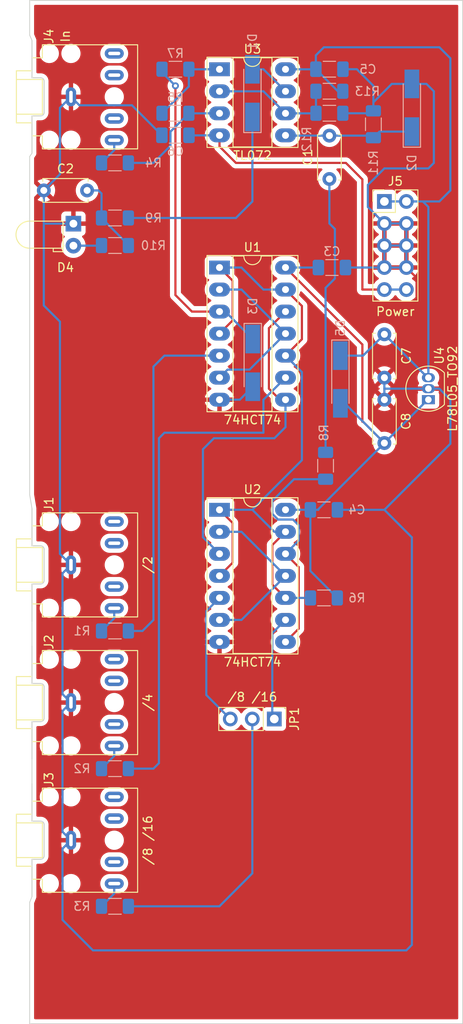
<source format=kicad_pcb>
(kicad_pcb (version 20211014) (generator pcbnew)
  (layers (0 "F.Cu" signal) (31 "B.Cu" signal) (34 "B.Paste" user) (35 "F.Paste" user) (36 "B.SilkS" user "B.Silkscreen") (37 "F.SilkS" user "F.Silkscreen") (38 "B.Mask" user) (39 "F.Mask" user) (44 "Edge.Cuts" user))
  (net 0 "")
  (net 1 "Net-(U3-Pad5)")
  (net 2 "GND")
  (net 3 "Net-(U1-Pad3)")
  (net 4 "+12V")
  (net 5 "Net-(C1-Pad1)")
  (net 6 "Net-(C2-Pad2)")
  (net 7 "+5V")
  (net 8 "-12V")
  (net 9 "Net-(D1-Pad1)")
  (net 10 "Net-(U3-Pad7)")
  (net 11 "Net-(D4-Pad2)")
  (net 12 "Net-(J1-PadT)")
  (net 13 "Net-(J2-PadT)")
  (net 14 "Net-(J3-PadT)")
  (net 15 "Net-(J4-PadT)")
  (net 16 "Net-(U2-Pad9)")
  (net 17 "Net-(JP1-Pad2)")
  (net 18 "Net-(U2-Pad5)")
  (net 19 "Net-(U1-Pad5)")
  (net 20 "Net-(U1-Pad9)")
  (net 21 "Net-(U3-Pad3)")
  (net 22 "Net-(U3-Pad1)")
  (net 23 "Net-(U1-Pad1)")
  (net 24 "Net-(U2-Pad12)")
  (net 25 "/0,54v")
  (net 26 "Net-(U1-Pad6)")
  (net 27 "Net-(U1-Pad12)")
  (net 28 "Net-(U2-Pad2)")
  (footprint "Connector_Audio:Jack_3.5mm_CUI_SJ1-3525N_Horizontal" (layer "F.Cu") (at 24.765 31.115 -90)
    (fp_text reference "J4" (at -6.985 2.54 90) (layer "F.SilkS"))
    (fp_text value "In" (at -6.985 0.635 90) (layer "F.SilkS"))
    (fp_line (start 1.8 3.1) (end -1.8 3.1) (layer "Edge.Cuts") (width 0.12))
    (fp_line (start -2.2 3.5) (end -2.2 4.5) (layer "Edge.Cuts") (width 0.12))
    (fp_line (start 2.2 4.5) (end 6.5 4.5) (layer "Edge.Cuts") (width 0.12))
    (fp_line (start -2.2 4.5) (end -6.5 4.5) (layer "Edge.Cuts") (width 0.12))
    (fp_line (start 2.2 3.5) (end 2.2 4.5) (layer "Edge.Cuts") (width 0.12))
    (fp_arc (start 1.8 3.1) (mid 2.082843 3.217157) (end 2.2 3.5) (layer "Edge.Cuts") (width 0.12))
    (fp_arc (start -2.2 3.5) (mid -2.082842 3.217158) (end -1.8 3.1) (layer "Edge.Cuts") (width 0.12))
    (pad "" np_thru_hole circle (at -5 2.5 270) (size 1.2 1.2) (drill 1.2) (layers *.Cu))
    (pad "" np_thru_hole circle (at 5 0 270) (size 1.2 1.2) (drill 1.2) (layers *.Cu))
    (pad "" np_thru_hole circle (at 0 -5 270) (size 1.2 1.2) (drill 1.2) (layers *.Cu))
    (pad "" np_thru_hole circle (at -5 0 270) (size 1.2 1.2) (drill 1.2) (layers *.Cu))
    (pad "" np_thru_hole circle (at 5 2.5 270) (size 1.2 1.2) (drill 1.2) (layers *.Cu))
    (pad "R" thru_hole oval (at -5 -5 270) (size 1.2 2.2) (drill oval 0.4 1.4) (layers *.Cu *.Mask))
    (pad "RN" thru_hole oval (at -2.5 -5 270) (size 1.2 2.2) (drill oval 0.4 1.4) (layers *.Cu *.Mask))
    (pad "S" thru_hole oval (at 0 0 270) (size 2.2 1.2) (drill oval 1.4 0.4) (layers *.Cu *.Mask) (net 2 "GND"))
    (pad "T" thru_hole oval (at 5 -5 90) (size 1.2 2.2) (drill oval 0.4 1.4) (layers *.Cu *.Mask) (net 15 "Net-(J4-PadT)"))
    (pad "TN" thru_hole oval (at 2.5 -5 90) (size 1.2 2.2) (drill oval 0.4 1.4) (layers *.Cu *.Mask))
  )
  (footprint "Package_DIP:DIP-8_W7.62mm_Socket_LongPads" (layer "F.Cu") (at 41.92 27.94)
    (fp_text reference "U3" (at 3.81 -2.33) (layer "F.SilkS"))
    (fp_text value "TL072" (at 3.81 9.95) (layer "F.SilkS"))
    (pad "1" thru_hole rect (at 0 0) (size 2.4 1.6) (drill 0.8) (layers *.Cu *.Mask) (net 22 "Net-(U3-Pad1)"))
    (pad "2" thru_hole oval (at 0 2.54) (size 2.4 1.6) (drill 0.8) (layers *.Cu *.Mask) (net 25 "/0,54v"))
    (pad "3" thru_hole oval (at 0 5.08) (size 2.4 1.6) (drill 0.8) (layers *.Cu *.Mask) (net 21 "Net-(U3-Pad3)"))
    (pad "4" thru_hole oval (at 0 7.62) (size 2.4 1.6) (drill 0.8) (layers *.Cu *.Mask) (net 8 "-12V"))
    (pad "5" thru_hole oval (at 7.62 7.62) (size 2.4 1.6) (drill 0.8) (layers *.Cu *.Mask) (net 1 "Net-(U3-Pad5)"))
    (pad "6" thru_hole oval (at 7.62 5.08) (size 2.4 1.6) (drill 0.8) (layers *.Cu *.Mask) (net 25 "/0,54v"))
    (pad "7" thru_hole oval (at 7.62 2.54) (size 2.4 1.6) (drill 0.8) (layers *.Cu *.Mask) (net 10 "Net-(U3-Pad7)"))
    (pad "8" thru_hole oval (at 7.62 0) (size 2.4 1.6) (drill 0.8) (layers *.Cu *.Mask) (net 4 "+12V"))
  )
  (footprint "Capacitor_THT:C_Disc_D5.0mm_W2.5mm_P5.00mm" (layer "F.Cu") (at 21.63 41.91)
    (fp_text reference "C2" (at 2.5 -2.5) (layer "F.SilkS"))
    (fp_text value "1,0")
    (pad "1" thru_hole circle (at 0 0) (size 1.6 1.6) (drill 0.8) (layers *.Cu *.Mask) (net 2 "GND"))
    (pad "2" thru_hole circle (at 5 0) (size 1.6 1.6) (drill 0.8) (layers *.Cu *.Mask) (net 6 "Net-(C2-Pad2)"))
  )
  (footprint "Connector_Audio:Jack_3.5mm_CUI_SJ1-3525N_Horizontal" (layer "F.Cu") (at 24.765 116.84 -90)
    (fp_text reference "J3" (at -6.985 2.54 90) (layer "F.SilkS"))
    (fp_text value "/8 /16" (at 0 -8.89 90) (layer "F.SilkS"))
    (fp_line (start 1.8 3.1) (end -1.8 3.1) (layer "Edge.Cuts") (width 0.12))
    (fp_line (start 2.2 3.5) (end 2.2 4.5) (layer "Edge.Cuts") (width 0.12))
    (fp_line (start 2.2 4.5) (end 6.5 4.5) (layer "Edge.Cuts") (width 0.12))
    (fp_line (start -2.2 4.5) (end -6.5 4.5) (layer "Edge.Cuts") (width 0.12))
    (fp_line (start -2.2 3.5) (end -2.2 4.5) (layer "Edge.Cuts") (width 0.12))
    (fp_arc (start -2.2 3.5) (mid -2.082842 3.217158) (end -1.8 3.1) (layer "Edge.Cuts") (width 0.12))
    (fp_arc (start 1.8 3.1) (mid 2.082843 3.217157) (end 2.2 3.5) (layer "Edge.Cuts") (width 0.12))
    (pad "" np_thru_hole circle (at 5 2.5 270) (size 1.2 1.2) (drill 1.2) (layers *.Cu))
    (pad "" np_thru_hole circle (at -5 0 270) (size 1.2 1.2) (drill 1.2) (layers *.Cu))
    (pad "" np_thru_hole circle (at -5 2.5 270) (size 1.2 1.2) (drill 1.2) (layers *.Cu))
    (pad "" np_thru_hole circle (at 5 0 270) (size 1.2 1.2) (drill 1.2) (layers *.Cu))
    (pad "" np_thru_hole circle (at 0 -5 270) (size 1.2 1.2) (drill 1.2) (layers *.Cu))
    (pad "R" thru_hole oval (at -5 -5 270) (size 1.2 2.2) (drill oval 0.4 1.4) (layers *.Cu *.Mask))
    (pad "RN" thru_hole oval (at -2.5 -5 270) (size 1.2 2.2) (drill oval 0.4 1.4) (layers *.Cu *.Mask))
    (pad "S" thru_hole oval (at 0 0 270) (size 2.2 1.2) (drill oval 1.4 0.4) (layers *.Cu *.Mask) (net 2 "GND"))
    (pad "T" thru_hole oval (at 5 -5 90) (size 1.2 2.2) (drill oval 0.4 1.4) (layers *.Cu *.Mask) (net 14 "Net-(J3-PadT)"))
    (pad "TN" thru_hole oval (at 2.5 -5 90) (size 1.2 2.2) (drill oval 0.4 1.4) (layers *.Cu *.Mask))
  )
  (footprint "Capacitor_THT:C_Disc_D5.0mm_W2.5mm_P5.00mm" (layer "F.Cu") (at 60.96 63.5 90)
    (fp_text reference "C7" (at 2.5 2.54 90) (layer "F.SilkS"))
    (fp_text value "0,33")
    (pad "1" thru_hole circle (at 0 0 90) (size 1.6 1.6) (drill 0.8) (layers *.Cu *.Mask) (net 2 "GND"))
    (pad "2" thru_hole circle (at 5 0 90) (size 1.6 1.6) (drill 0.8) (layers *.Cu *.Mask) (net 4 "+12V"))
  )
  (footprint "Connector_Audio:Jack_3.5mm_CUI_SJ1-3525N_Horizontal" (layer "F.Cu") (at 24.765 100.965 -90)
    (fp_text reference "J2" (at -6.985 2.54 90) (layer "F.SilkS"))
    (fp_text value "/4" (at 0 -8.89 90) (layer "F.SilkS"))
    (fp_line (start 1.8 3.1) (end -1.8 3.1) (layer "Edge.Cuts") (width 0.12))
    (fp_line (start 2.2 3.5) (end 2.2 4.5) (layer "Edge.Cuts") (width 0.12))
    (fp_line (start -2.2 4.5) (end -6.5 4.5) (layer "Edge.Cuts") (width 0.12))
    (fp_line (start -2.2 3.5) (end -2.2 4.5) (layer "Edge.Cuts") (width 0.12))
    (fp_line (start 2.2 4.5) (end 6.5 4.5) (layer "Edge.Cuts") (width 0.12))
    (fp_arc (start 1.8 3.1) (mid 2.082843 3.217157) (end 2.2 3.5) (layer "Edge.Cuts") (width 0.12))
    (fp_arc (start -2.2 3.5) (mid -2.082842 3.217158) (end -1.8 3.1) (layer "Edge.Cuts") (width 0.12))
    (pad "" np_thru_hole circle (at 0 -5 270) (size 1.2 1.2) (drill 1.2) (layers *.Cu))
    (pad "" np_thru_hole circle (at 5 2.5 270) (size 1.2 1.2) (drill 1.2) (layers *.Cu))
    (pad "" np_thru_hole circle (at -5 0 270) (size 1.2 1.2) (drill 1.2) (layers *.Cu))
    (pad "" np_thru_hole circle (at -5 2.5 270) (size 1.2 1.2) (drill 1.2) (layers *.Cu))
    (pad "" np_thru_hole circle (at 5 0 270) (size 1.2 1.2) (drill 1.2) (layers *.Cu))
    (pad "R" thru_hole oval (at -5 -5 270) (size 1.2 2.2) (drill oval 0.4 1.4) (layers *.Cu *.Mask))
    (pad "RN" thru_hole oval (at -2.5 -5 270) (size 1.2 2.2) (drill oval 0.4 1.4) (layers *.Cu *.Mask))
    (pad "S" thru_hole oval (at 0 0 270) (size 2.2 1.2) (drill oval 1.4 0.4) (layers *.Cu *.Mask) (net 2 "GND"))
    (pad "T" thru_hole oval (at 5 -5 90) (size 1.2 2.2) (drill oval 0.4 1.4) (layers *.Cu *.Mask) (net 13 "Net-(J2-PadT)"))
    (pad "TN" thru_hole oval (at 2.5 -5 90) (size 1.2 2.2) (drill oval 0.4 1.4) (layers *.Cu *.Mask))
  )
  (footprint "LED_THT:LED_D3.0mm_Horizontal_O1.27mm_Z2.0mm" (layer "F.Cu") (at 25.05 45.74 -90)
    (fp_text reference "D4" (at 5.06 0.92) (layer "F.SilkS"))
    (fp_text value "LED")
    (pad "1" thru_hole rect (at 0 0 270) (size 1.8 1.8) (drill 0.9) (layers *.Cu *.Mask) (net 2 "GND"))
    (pad "2" thru_hole circle (at 2.54 0 270) (size 1.8 1.8) (drill 0.9) (layers *.Cu *.Mask) (net 11 "Net-(D4-Pad2)"))
  )
  (footprint "Connector_Audio:Jack_3.5mm_CUI_SJ1-3525N_Horizontal" (layer "F.Cu") (at 24.765 85.09 -90)
    (fp_text reference "J1" (at -6.985 2.54 90) (layer "F.SilkS"))
    (fp_text value "/2" (at 0 -8.89 90) (layer "F.SilkS"))
    (fp_line (start -2.2 4.5) (end -6.5 4.5) (layer "Edge.Cuts") (width 0.12))
    (fp_line (start 2.2 3.5) (end 2.2 4.5) (layer "Edge.Cuts") (width 0.12))
    (fp_line (start 2.2 4.5) (end 6.5 4.5) (layer "Edge.Cuts") (width 0.12))
    (fp_line (start -2.2 3.5) (end -2.2 4.5) (layer "Edge.Cuts") (width 0.12))
    (fp_line (start 1.8 3.1) (end -1.8 3.1) (layer "Edge.Cuts") (width 0.12))
    (fp_arc (start 1.8 3.1) (mid 2.082843 3.217157) (end 2.2 3.5) (layer "Edge.Cuts") (width 0.12))
    (fp_arc (start -2.2 3.5) (mid -2.082842 3.217158) (end -1.8 3.1) (layer "Edge.Cuts") (width 0.12))
    (pad "" np_thru_hole circle (at 0 -5 270) (size 1.2 1.2) (drill 1.2) (layers *.Cu))
    (pad "" np_thru_hole circle (at -5 2.5 270) (size 1.2 1.2) (drill 1.2) (layers *.Cu))
    (pad "" np_thru_hole circle (at 5 0 270) (size 1.2 1.2) (drill 1.2) (layers *.Cu))
    (pad "" np_thru_hole circle (at 5 2.5 270) (size 1.2 1.2) (drill 1.2) (layers *.Cu))
    (pad "" np_thru_hole circle (at -5 0 270) (size 1.2 1.2) (drill 1.2) (layers *.Cu))
    (pad "R" thru_hole oval (at -5 -5 270) (size 1.2 2.2) (drill oval 0.4 1.4) (layers *.Cu *.Mask))
    (pad "RN" thru_hole oval (at -2.5 -5 270) (size 1.2 2.2) (drill oval 0.4 1.4) (layers *.Cu *.Mask))
    (pad "S" thru_hole oval (at 0 0 270) (size 2.2 1.2) (drill oval 1.4 0.4) (layers *.Cu *.Mask) (net 2 "GND"))
    (pad "T" thru_hole oval (at 5 -5 90) (size 1.2 2.2) (drill oval 0.4 1.4) (layers *.Cu *.Mask) (net 12 "Net-(J1-PadT)"))
    (pad "TN" thru_hole oval (at 2.5 -5 90) (size 1.2 2.2) (drill oval 0.4 1.4) (layers *.Cu *.Mask))
  )
  (footprint "Connector_PinHeader_2.54mm:PinHeader_2x05_P2.54mm_Vertical" (layer "F.Cu") (at 60.96 43.18)
    (fp_text reference "J5" (at 1.27 -2.33) (layer "F.SilkS"))
    (fp_text value "Power" (at 1.27 12.7) (layer "F.SilkS"))
    (pad "1" thru_hole rect (at 0 0) (size 1.7 1.7) (drill 1) (layers *.Cu *.Mask) (net 4 "+12V"))
    (pad "2" thru_hole oval (at 2.54 0) (size 1.7 1.7) (drill 1) (layers *.Cu *.Mask) (net 4 "+12V"))
    (pad "3" thru_hole oval (at 0 2.54) (size 1.7 1.7) (drill 1) (layers *.Cu *.Mask) (net 2 "GND"))
    (pad "4" thru_hole oval (at 2.54 2.54) (size 1.7 1.7) (drill 1) (layers *.Cu *.Mask) (net 2 "GND"))
    (pad "5" thru_hole oval (at 0 5.08) (size 1.7 1.7) (drill 1) (layers *.Cu *.Mask) (net 2 "GND"))
    (pad "6" thru_hole oval (at 2.54 5.08) (size 1.7 1.7) (drill 1) (layers *.Cu *.Mask) (net 2 "GND"))
    (pad "7" thru_hole oval (at 0 7.62) (size 1.7 1.7) (drill 1) (layers *.Cu *.Mask) (net 2 "GND"))
    (pad "8" thru_hole oval (at 2.54 7.62) (size 1.7 1.7) (drill 1) (layers *.Cu *.Mask) (net 2 "GND"))
    (pad "9" thru_hole oval (at 0 10.16) (size 1.7 1.7) (drill 1) (layers *.Cu *.Mask) (net 8 "-12V"))
    (pad "10" thru_hole oval (at 2.54 10.16) (size 1.7 1.7) (drill 1) (layers *.Cu *.Mask) (net 8 "-12V"))
  )
  (footprint "Package_TO_SOT_THT:TO-92_Inline" (layer "F.Cu") (at 66.04 66.04 90)
    (fp_text reference "U4" (at 5.08 1.27 90) (layer "F.SilkS"))
    (fp_text value "L78L05_TO92" (at 1.27 2.79 90) (layer "F.SilkS"))
    (pad "1" thru_hole rect (at 0 0 90) (size 1.05 1.5) (drill 0.75) (layers *.Cu *.Mask) (net 7 "+5V"))
    (pad "2" thru_hole oval (at 1.27 0 90) (size 1.05 1.5) (drill 0.75) (layers *.Cu *.Mask) (net 2 "GND"))
    (pad "3" thru_hole oval (at 2.54 0 90) (size 1.05 1.5) (drill 0.75) (layers *.Cu *.Mask) (net 4 "+12V"))
  )
  (footprint "Connector_PinHeader_2.54mm:PinHeader_1x03_P2.54mm_Vertical" (layer "F.Cu") (at 48.245 102.86 -90)
    (fp_text reference "JP1" (at 0 -2.33 90) (layer "F.SilkS"))
    (fp_text value "/8 /16" (at -2.53 2.525 180) (layer "F.SilkS"))
    (pad "1" thru_hole rect (at 0 0 270) (size 1.7 1.7) (drill 1) (layers *.Cu *.Mask) (net 16 "Net-(U2-Pad9)"))
    (pad "2" thru_hole oval (at 0 2.54 270) (size 1.7 1.7) (drill 1) (layers *.Cu *.Mask) (net 17 "Net-(JP1-Pad2)"))
    (pad "3" thru_hole oval (at 0 5.08 270) (size 1.7 1.7) (drill 1) (layers *.Cu *.Mask) (net 18 "Net-(U2-Pad5)"))
  )
  (footprint "Package_DIP:DIP-14_W7.62mm_Socket_LongPads" (layer "F.Cu") (at 41.92 50.8)
    (fp_text reference "U1" (at 3.81 -2.33) (layer "F.SilkS"))
    (fp_text value "74HCT74" (at 3.81 17.57) (layer "F.SilkS"))
    (pad "1" thru_hole rect (at 0 0) (size 2.4 1.6) (drill 0.8) (layers *.Cu *.Mask) (net 23 "Net-(U1-Pad1)"))
    (pad "2" thru_hole oval (at 0 2.54) (size 2.4 1.6) (drill 0.8) (layers *.Cu *.Mask) (net 26 "Net-(U1-Pad6)"))
    (pad "3" thru_hole oval (at 0 5.08) (size 2.4 1.6) (drill 0.8) (layers *.Cu *.Mask) (net 3 "Net-(U1-Pad3)"))
    (pad "4" thru_hole oval (at 0 7.62) (size 2.4 1.6) (drill 0.8) (layers *.Cu *.Mask) (net 23 "Net-(U1-Pad1)"))
    (pad "5" thru_hole oval (at 0 10.16) (size 2.4 1.6) (drill 0.8) (layers *.Cu *.Mask) (net 19 "Net-(U1-Pad5)"))
    (pad "6" thru_hole oval (at 0 12.7) (size 2.4 1.6) (drill 0.8) (layers *.Cu *.Mask) (net 26 "Net-(U1-Pad6)"))
    (pad "7" thru_hole oval (at 0 15.24) (size 2.4 1.6) (drill 0.8) (layers *.Cu *.Mask) (net 2 "GND"))
    (pad "8" thru_hole oval (at 7.62 15.24) (size 2.4 1.6) (drill 0.8) (layers *.Cu *.Mask) (net 27 "Net-(U1-Pad12)"))
    (pad "9" thru_hole oval (at 7.62 12.7) (size 2.4 1.6) (drill 0.8) (layers *.Cu *.Mask) (net 20 "Net-(U1-Pad9)"))
    (pad "10" thru_hole oval (at 7.62 10.16) (size 2.4 1.6) (drill 0.8) (layers *.Cu *.Mask) (net 23 "Net-(U1-Pad1)"))
    (pad "11" thru_hole oval (at 7.62 7.62) (size 2.4 1.6) (drill 0.8) (layers *.Cu *.Mask) (net 26 "Net-(U1-Pad6)"))
    (pad "12" thru_hole oval (at 7.62 5.08) (size 2.4 1.6) (drill 0.8) (layers *.Cu *.Mask) (net 27 "Net-(U1-Pad12)"))
    (pad "13" thru_hole oval (at 7.62 2.54) (size 2.4 1.6) (drill 0.8) (layers *.Cu *.Mask) (net 23 "Net-(U1-Pad1)"))
    (pad "14" thru_hole oval (at 7.62 0) (size 2.4 1.6) (drill 0.8) (layers *.Cu *.Mask) (net 7 "+5V"))
  )
  (footprint "Package_DIP:DIP-14_W7.62mm_Socket_LongPads" (layer "F.Cu") (at 41.92 78.735)
    (fp_text reference "U2" (at 3.81 -2.33) (layer "F.SilkS"))
    (fp_text value "74HCT74" (at 3.81 17.57) (layer "F.SilkS"))
    (pad "1" thru_hole rect (at 0 0) (size 2.4 1.6) (drill 0.8) (layers *.Cu *.Mask) (net 23 "Net-(U1-Pad1)"))
    (pad "2" thru_hole oval (at 0 2.54) (size 2.4 1.6) (drill 0.8) (layers *.Cu *.Mask) (net 28 "Net-(U2-Pad2)"))
    (pad "3" thru_hole oval (at 0 5.08) (size 2.4 1.6) (drill 0.8) (layers *.Cu *.Mask) (net 27 "Net-(U1-Pad12)"))
    (pad "4" thru_hole oval (at 0 7.62) (size 2.4 1.6) (drill 0.8) (layers *.Cu *.Mask) (net 23 "Net-(U1-Pad1)"))
    (pad "5" thru_hole oval (at 0 10.16) (size 2.4 1.6) (drill 0.8) (layers *.Cu *.Mask) (net 18 "Net-(U2-Pad5)"))
    (pad "6" thru_hole oval (at 0 12.7) (size 2.4 1.6) (drill 0.8) (layers *.Cu *.Mask) (net 28 "Net-(U2-Pad2)"))
    (pad "7" thru_hole oval (at 0 15.24) (size 2.4 1.6) (drill 0.8) (layers *.Cu *.Mask) (net 2 "GND"))
    (pad "8" thru_hole oval (at 7.62 15.24) (size 2.4 1.6) (drill 0.8) (layers *.Cu *.Mask) (net 24 "Net-(U2-Pad12)"))
    (pad "9" thru_hole oval (at 7.62 12.7) (size 2.4 1.6) (drill 0.8) (layers *.Cu *.Mask) (net 16 "Net-(U2-Pad9)"))
    (pad "10" thru_hole oval (at 7.62 10.16) (size 2.4 1.6) (drill 0.8) (layers *.Cu *.Mask) (net 23 "Net-(U1-Pad1)"))
    (pad "11" thru_hole oval (at 7.62 7.62) (size 2.4 1.6) (drill 0.8) (layers *.Cu *.Mask) (net 28 "Net-(U2-Pad2)"))
    (pad "12" thru_hole oval (at 7.62 5.08) (size 2.4 1.6) (drill 0.8) (layers *.Cu *.Mask) (net 24 "Net-(U2-Pad12)"))
    (pad "13" thru_hole oval (at 7.62 2.54) (size 2.4 1.6) (drill 0.8) (layers *.Cu *.Mask) (net 23 "Net-(U1-Pad1)"))
    (pad "14" thru_hole oval (at 7.62 0) (size 2.4 1.6) (drill 0.8) (layers *.Cu *.Mask) (net 7 "+5V"))
  )
  (footprint "Capacitor_THT:C_Disc_D5.0mm_W2.5mm_P5.00mm" (layer "F.Cu") (at 60.96 66.04 -90)
    (fp_text reference "C8" (at 2.5 -2.5 90) (layer "F.SilkS"))
    (fp_text value "0,33")
    (pad "1" thru_hole circle (at 0 0 270) (size 1.6 1.6) (drill 0.8) (layers *.Cu *.Mask) (net 2 "GND"))
    (pad "2" thru_hole circle (at 5 0 270) (size 1.6 1.6) (drill 0.8) (layers *.Cu *.Mask) (net 7 "+5V"))
  )
  (footprint "Capacitor_THT:C_Disc_D5.0mm_W2.5mm_P5.00mm" (layer "F.Cu") (at 54.61 40.59 90)
    (fp_text reference "C1" (at 2.5 -2.5 90) (layer "F.SilkS"))
    (fp_text value "0.01")
    (pad "1" thru_hole circle (at 0 0 90) (size 1.6 1.6) (drill 0.8) (layers *.Cu *.Mask) (net 5 "Net-(C1-Pad1)"))
    (pad "2" thru_hole circle (at 5 0 90) (size 1.6 1.6) (drill 0.8) (layers *.Cu *.Mask) (net 1 "Net-(U3-Pad5)"))
  )
  (footprint "Resistor_SMD:R_1206_3216Metric_Pad1.30x1.75mm_HandSolder" (layer "B.Cu") (at 36.83 33.01 180)
    (fp_text reference "R5" (at 0 1.82) (layer "B.SilkS") (effects (justify mirror)))
    (fp_text value "470k")
    (pad "1" smd roundrect (at -1.55 0 180) (size 1.3 1.75) (layers "B.Cu" "B.Paste" "B.Mask") (roundrect_rratio 0.192308) (net 21 "Net-(U3-Pad3)"))
    (pad "2" smd roundrect (at 1.55 0 180) (size 1.3 1.75) (layers "B.Cu" "B.Paste" "B.Mask") (roundrect_rratio 0.192308) (net 22 "Net-(U3-Pad1)"))
  )
  (footprint "Resistor_SMD:R_1206_3216Metric_Pad1.30x1.75mm_HandSolder" (layer "B.Cu") (at 54.61 33.01 180)
    (fp_text reference "R12" (at 2.61 -2.99 90) (layer "B.SilkS") (effects (justify mirror)))
    (fp_text value "2,2k")
    (pad "1" smd roundrect (at -1.55 0 180) (size 1.3 1.75) (layers "B.Cu" "B.Paste" "B.Mask") (roundrect_rratio 0.192308) (net 2 "GND"))
    (pad "2" smd roundrect (at 1.55 0 180) (size 1.3 1.75) (layers "B.Cu" "B.Paste" "B.Mask") (roundrect_rratio 0.192308) (net 25 "/0,54v"))
  )
  (footprint "Diode_SMD:D_MiniMELF_Handsoldering" (layer "B.Cu") (at 55.88 63.71 -90)
    (fp_text reference "D5" (at -5.925 0 90) (layer "B.SilkS") (effects (justify mirror)))
    (fp_text value "D")
    (pad "1" smd rect (at -2.75 0 270) (size 3.3 1.7) (layers "B.Cu" "B.Paste" "B.Mask") (net 4 "+12V"))
    (pad "2" smd rect (at 2.75 0 270) (size 3.3 1.7) (layers "B.Cu" "B.Paste" "B.Mask") (net 7 "+5V"))
  )
  (footprint "Diode_SMD:D_MiniMELF_Handsoldering" (layer "B.Cu") (at 64.135 32.375 90)
    (fp_text reference "D2" (at -6.36 0 90) (layer "B.SilkS") (effects (justify mirror)))
    (fp_text value "BZV55B4V7")
    (pad "1" smd rect (at -2.75 0 90) (size 3.3 1.7) (layers "B.Cu" "B.Paste" "B.Mask") (net 1 "Net-(U3-Pad5)"))
    (pad "2" smd rect (at 2.75 0 90) (size 3.3 1.7) (layers "B.Cu" "B.Paste" "B.Mask") (net 2 "GND"))
  )
  (footprint "Resistor_SMD:R_1206_3216Metric_Pad1.30x1.75mm_HandSolder" (layer "B.Cu") (at 54.61 30.47)
    (fp_text reference "R13" (at 4.39 0.01) (layer "B.SilkS") (effects (justify mirror)))
    (fp_text value "47k")
    (pad "1" smd roundrect (at -1.55 0) (size 1.3 1.75) (layers "B.Cu" "B.Paste" "B.Mask") (roundrect_rratio 0.192308) (net 25 "/0,54v"))
    (pad "2" smd roundrect (at 1.55 0) (size 1.3 1.75) (layers "B.Cu" "B.Paste" "B.Mask") (roundrect_rratio 0.192308) (net 4 "+12V"))
  )
  (footprint "Resistor_SMD:R_1206_3216Metric_Pad1.30x1.75mm_HandSolder" (layer "B.Cu") (at 54.17 73.66 90)
    (fp_text reference "R8" (at 3.81 -0.195 90) (layer "B.SilkS") (effects (justify mirror)))
    (fp_text value "1k")
    (pad "1" smd roundrect (at -1.55 0 90) (size 1.3 1.75) (layers "B.Cu" "B.Paste" "B.Mask") (roundrect_rratio 0.192308) (net 24 "Net-(U2-Pad12)"))
    (pad "2" smd roundrect (at 1.55 0 90) (size 1.3 1.75) (layers "B.Cu" "B.Paste" "B.Mask") (roundrect_rratio 0.192308) (net 5 "Net-(C1-Pad1)"))
  )
  (footprint "Capacitor_SMD:C_1206_3216Metric_Pad1.33x1.80mm_HandSolder" (layer "B.Cu") (at 54.9025 50.8 180)
    (fp_text reference "C3" (at 0 1.85) (layer "B.SilkS") (effects (justify mirror)))
    (fp_text value "0,1")
    (pad "1" smd roundrect (at -1.5625 0 180) (size 1.325 1.8) (layers "B.Cu" "B.Paste" "B.Mask") (roundrect_rratio 0.188679) (net 2 "GND"))
    (pad "2" smd roundrect (at 1.5625 0 180) (size 1.325 1.8) (layers "B.Cu" "B.Paste" "B.Mask") (roundrect_rratio 0.188679) (net 7 "+5V"))
  )
  (footprint "Resistor_SMD:R_1206_3216Metric_Pad1.30x1.75mm_HandSolder" (layer "B.Cu") (at 29.845 124.46)
    (fp_text reference "R3" (at -3.81 0) (layer "B.SilkS") (effects (justify mirror)))
    (fp_text value "1k")
    (pad "1" smd roundrect (at -1.55 0) (size 1.3 1.75) (layers "B.Cu" "B.Paste" "B.Mask") (roundrect_rratio 0.192308) (net 14 "Net-(J3-PadT)"))
    (pad "2" smd roundrect (at 1.55 0) (size 1.3 1.75) (layers "B.Cu" "B.Paste" "B.Mask") (roundrect_rratio 0.192308) (net 17 "Net-(JP1-Pad2)"))
  )
  (footprint "Resistor_SMD:R_1206_3216Metric_Pad1.30x1.75mm_HandSolder" (layer "B.Cu") (at 29.845 38.735)
    (fp_text reference "R4" (at 4.445 0) (layer "B.SilkS") (effects (justify mirror)))
    (fp_text value "8,2k")
    (pad "1" smd roundrect (at -1.55 0) (size 1.3 1.75) (layers "B.Cu" "B.Paste" "B.Mask") (roundrect_rratio 0.192308) (net 15 "Net-(J4-PadT)"))
    (pad "2" smd roundrect (at 1.55 0) (size 1.3 1.75) (layers "B.Cu" "B.Paste" "B.Mask") (roundrect_rratio 0.192308) (net 21 "Net-(U3-Pad3)"))
  )
  (footprint "Resistor_SMD:R_1206_3216Metric_Pad1.30x1.75mm_HandSolder" (layer "B.Cu") (at 29.845 108.585)
    (fp_text reference "R2" (at -3.81 0) (layer "B.SilkS") (effects (justify mirror)))
    (fp_text value "1k")
    (pad "1" smd roundrect (at -1.55 0) (size 1.3 1.75) (layers "B.Cu" "B.Paste" "B.Mask") (roundrect_rratio 0.192308) (net 13 "Net-(J2-PadT)"))
    (pad "2" smd roundrect (at 1.55 0) (size 1.3 1.75) (layers "B.Cu" "B.Paste" "B.Mask") (roundrect_rratio 0.192308) (net 20 "Net-(U1-Pad9)"))
  )
  (footprint "Resistor_SMD:R_1206_3216Metric_Pad1.30x1.75mm_HandSolder" (layer "B.Cu") (at 53.975 88.9 180)
    (fp_text reference "R6" (at -3.81 0) (layer "B.SilkS") (effects (justify mirror)))
    (fp_text value "100k")
    (pad "1" smd roundrect (at -1.55 0 180) (size 1.3 1.75) (layers "B.Cu" "B.Paste" "B.Mask") (roundrect_rratio 0.192308) (net 7 "+5V"))
    (pad "2" smd roundrect (at 1.55 0 180) (size 1.3 1.75) (layers "B.Cu" "B.Paste" "B.Mask") (roundrect_rratio 0.192308) (net 23 "Net-(U1-Pad1)"))
  )
  (footprint "Capacitor_SMD:C_1206_3216Metric_Pad1.33x1.80mm_HandSolder" (layer "B.Cu") (at 36.83 35.55)
    (fp_text reference "C6" (at 0 1.85) (layer "B.SilkS") (effects (justify mirror)))
    (fp_text value "0,1")
    (pad "1" smd roundrect (at -1.5625 0) (size 1.325 1.8) (layers "B.Cu" "B.Paste" "B.Mask") (roundrect_rratio 0.188679) (net 2 "GND"))
    (pad "2" smd roundrect (at 1.5625 0) (size 1.325 1.8) (layers "B.Cu" "B.Paste" "B.Mask") (roundrect_rratio 0.188679) (net 8 "-12V"))
  )
  (footprint "Diode_SMD:D_MiniMELF_Handsoldering" (layer "B.Cu") (at 45.76 61.795 -90)
    (fp_text reference "D3" (at -6.55 0 90) (layer "B.SilkS") (effects (justify mirror)))
    (fp_text value "BZV55B4V7")
    (pad "1" smd rect (at -2.75 0 270) (size 3.3 1.7) (layers "B.Cu" "B.Paste" "B.Mask") (net 3 "Net-(U1-Pad3)"))
    (pad "2" smd rect (at 2.75 0 270) (size 3.3 1.7) (layers "B.Cu" "B.Paste" "B.Mask") (net 2 "GND"))
  )
  (footprint "Resistor_SMD:R_1206_3216Metric_Pad1.30x1.75mm_HandSolder" (layer "B.Cu") (at 29.845 92.71)
    (fp_text reference "R1" (at -3.81 0) (layer "B.SilkS") (effects (justify mirror)))
    (fp_text value "1k")
    (pad "1" smd roundrect (at -1.55 0) (size 1.3 1.75) (layers "B.Cu" "B.Paste" "B.Mask") (roundrect_rratio 0.192308) (net 12 "Net-(J1-PadT)"))
    (pad "2" smd roundrect (at 1.55 0) (size 1.3 1.75) (layers "B.Cu" "B.Paste" "B.Mask") (roundrect_rratio 0.192308) (net 19 "Net-(U1-Pad5)"))
  )
  (footprint "Diode_SMD:D_MiniMELF_Handsoldering" (layer "B.Cu") (at 45.72 30.69 90)
    (fp_text reference "D1" (at 5.925 0 90) (layer "B.SilkS") (effects (justify mirror)))
    (fp_text value "D")
    (pad "1" smd rect (at -2.75 0 90) (size 3.3 1.7) (layers "B.Cu" "B.Paste" "B.Mask") (net 9 "Net-(D1-Pad1)"))
    (pad "2" smd rect (at 2.75 0 90) (size 3.3 1.7) (layers "B.Cu" "B.Paste" "B.Mask") (net 10 "Net-(U3-Pad7)"))
  )
  (footprint "Capacitor_SMD:C_1206_3216Metric_Pad1.33x1.80mm_HandSolder" (layer "B.Cu") (at 53.975 78.74 180)
    (fp_text reference "C4" (at -3.81 0) (layer "B.SilkS") (effects (justify mirror)))
    (fp_text value "0,1")
    (pad "1" smd roundrect (at -1.5625 0 180) (size 1.325 1.8) (layers "B.Cu" "B.Paste" "B.Mask") (roundrect_rratio 0.188679) (net 2 "GND"))
    (pad "2" smd roundrect (at 1.5625 0 180) (size 1.325 1.8) (layers "B.Cu" "B.Paste" "B.Mask") (roundrect_rratio 0.188679) (net 7 "+5V"))
  )
  (footprint "Resistor_SMD:R_1206_3216Metric_Pad1.30x1.75mm_HandSolder" (layer "B.Cu") (at 59.69 34.28 90)
    (fp_text reference "R11" (at -4.455 0 90) (layer "B.SilkS") (effects (justify mirror)))
    (fp_text value "100k")
    (pad "1" smd roundrect (at -1.55 0 90) (size 1.3 1.75) (layers "B.Cu" "B.Paste" "B.Mask") (roundrect_rratio 0.192308) (net 1 "Net-(U3-Pad5)"))
    (pad "2" smd roundrect (at 1.55 0 90) (size 1.3 1.75) (layers "B.Cu" "B.Paste" "B.Mask") (roundrect_rratio 0.192308) (net 2 "GND"))
  )
  (footprint "Capacitor_SMD:C_1206_3216Metric_Pad1.33x1.80mm_HandSolder" (layer "B.Cu") (at 54.61 27.93 180)
    (fp_text reference "C5" (at -4.445 -0.01) (layer "B.SilkS") (effects (justify mirror)))
    (fp_text value "0,1")
    (pad "1" smd roundrect (at -1.5625 0 180) (size 1.325 1.8) (layers "B.Cu" "B.Paste" "B.Mask") (roundrect_rratio 0.188679) (net 2 "GND"))
    (pad "2" smd roundrect (at 1.5625 0 180) (size 1.325 1.8) (layers "B.Cu" "B.Paste" "B.Mask") (roundrect_rratio 0.188679) (net 4 "+12V"))
  )
  (footprint "Resistor_SMD:R_1206_3216Metric_Pad1.30x1.75mm_HandSolder" (layer "B.Cu") (at 36.83 27.93 180)
    (fp_text reference "R7" (at 0 1.82) (layer "B.SilkS") (effects (justify mirror)))
    (fp_text value "10k")
    (pad "1" smd roundrect (at -1.55 0 180) (size 1.3 1.75) (layers "B.Cu" "B.Paste" "B.Mask") (roundrect_rratio 0.192308) (net 22 "Net-(U3-Pad1)"))
    (pad "2" smd roundrect (at 1.55 0 180) (size 1.3 1.75) (layers "B.Cu" "B.Paste" "B.Mask") (roundrect_rratio 0.192308) (net 3 "Net-(U1-Pad3)"))
  )
  (footprint "Resistor_SMD:R_1206_3216Metric_Pad1.30x1.75mm_HandSolder" (layer "B.Cu") (at 29.845 45.085 180)
    (fp_text reference "R9" (at -4.445 0) (layer "B.SilkS") (effects (justify mirror)))
    (fp_text value "1k")
    (pad "1" smd roundrect (at -1.55 0 180) (size 1.3 1.75) (layers "B.Cu" "B.Paste" "B.Mask") (roundrect_rratio 0.192308) (net 9 "Net-(D1-Pad1)"))
    (pad "2" smd roundrect (at 1.55 0 180) (size 1.3 1.75) (layers "B.Cu" "B.Paste" "B.Mask") (roundrect_rratio 0.192308) (net 6 "Net-(C2-Pad2)"))
  )
  (footprint "Resistor_SMD:R_1206_3216Metric_Pad1.30x1.75mm_HandSolder" (layer "B.Cu") (at 29.845 48.26 180)
    (fp_text reference "R10" (at -4.445 0) (layer "B.SilkS") (effects (justify mirror)))
    (fp_text value "1k")
    (pad "1" smd roundrect (at -1.55 0 180) (size 1.3 1.75) (layers "B.Cu" "B.Paste" "B.Mask") (roundrect_rratio 0.192308) (net 6 "Net-(C2-Pad2)"))
    (pad "2" smd roundrect (at 1.55 0 180) (size 1.3 1.75) (layers "B.Cu" "B.Paste" "B.Mask") (roundrect_rratio 0.192308) (net 11 "Net-(D4-Pad2)"))
  )
  (gr_line (start 20 77) (end 20.265 78.59) (layer "Edge.Cuts") (width 0.1))
  (gr_line (start 20.265 123.34) (end 20 124) (layer "Edge.Cuts") (width 0.1))
  (gr_line (start 20.265 91.59) (end 20.265 94.465) (layer "Edge.Cuts") (width 0.1))
  (gr_line (start 20 24) (end 20 20) (layer "Edge.Cuts") (width 0.1))
  (gr_line (start 20 20) (end 70 20) (layer "Edge.Cuts") (width 0.1))
  (gr_line (start 20 38) (end 20 77) (layer "Edge.Cuts") (width 0.1))
  (gr_line (start 20 124) (end 20 138) (layer "Edge.Cuts") (width 0.1))
  (gr_line (start 70 20) (end 70 138) (layer "Edge.Cuts") (width 0.1))
  (gr_line (start 20.265 24.615) (end 20 24) (layer "Edge.Cuts") (width 0.1))
  (gr_line (start 20.265 37.615) (end 20 38) (layer "Edge.Cuts") (width 0.1))
  (gr_line (start 70 138) (end 20 138) (layer "Edge.Cuts") (width 0.1))
  (gr_line (start 20.265 107.465) (end 20.265 110.34) (layer "Edge.Cuts") (width 0.1))
  (segment (start 60.395 35.125) (end 59.69 35.83) (width 0.25) (layer "B.Cu") (net 1))
  (segment (start 49.57 35.59) (end 49.54 35.56) (width 0.25) (layer "B.Cu") (net 1))
  (segment (start 54.61 35.59) (end 49.57 35.59) (width 0.25) (layer "B.Cu") (net 1))
  (segment (start 59.45 35.59) (end 54.61 35.59) (width 0.25) (layer "B.Cu") (net 1))
  (segment (start 59.69 35.83) (end 59.45 35.59) (width 0.25) (layer "B.Cu") (net 1))
  (segment (start 64.135 35.125) (end 60.395 35.125) (width 0.25) (layer "B.Cu") (net 1))
  (segment (start 41.92 67.955) (end 47.625 73.66) (width 0.25) (layer "F.Cu") (net 2))
  (segment (start 68.58 95.25) (end 68.58 73.66) (width 0.25) (layer "F.Cu") (net 2))
  (segment (start 67.31 64.77) (end 66.04 64.77) (width 0.25) (layer "F.Cu") (net 2))
  (segment (start 41.92 95.895) (end 43.18 97.155) (width 0.25) (layer "F.Cu") (net 2))
  (segment (start 64.675 51.975) (end 63.5 50.8) (width 0.25) (layer "F.Cu") (net 2))
  (segment (start 41.92 93.975) (end 41.92 95.895) (width 0.25) (layer "F.Cu") (net 2))
  (segment (start 41.92 66.04) (end 41.92 67.955) (width 0.25) (layer "F.Cu") (net 2))
  (segment (start 64.675 59.785) (end 64.675 51.975) (width 0.25) (layer "F.Cu") (net 2))
  (segment (start 68.58 73.66) (end 68.58 66.04) (width 0.25) (layer "F.Cu") (net 2))
  (segment (start 68.58 66.04) (end 67.31 64.77) (width 0.25) (layer "F.Cu") (net 2))
  (segment (start 60.96 63.5) (end 64.675 59.785) (width 0.25) (layer "F.Cu") (net 2))
  (segment (start 66.675 97.155) (end 68.58 95.25) (width 0.25) (layer "F.Cu") (net 2))
  (segment (start 47.625 73.66) (end 68.58 73.66) (width 0.25) (layer "F.Cu") (net 2))
  (segment (start 43.18 97.155) (end 66.675 97.155) (width 0.25) (layer "F.Cu") (net 2))
  (segment (start 66.04 39.37) (end 66.675 38.735) (width 0.25) (layer "B.Cu") (net 2))
  (segment (start 66.675 30.48) (end 65.82 29.625) (width 0.25) (layer "B.Cu") (net 2))
  (segment (start 25.740001 32.090001) (end 24.765 31.115) (width 0.25) (layer "B.Cu") (net 2))
  (segment (start 21.63 41.91) (end 23.495 40.045) (width 0.25) (layer "B.Cu") (net 2))
  (segment (start 24.765 85.09) (end 23.789999 86.065001) (width 0.25) (layer "B.Cu") (net 2))
  (segment (start 59.055 41.275) (end 60.96 39.37) (width 0.25) (layer "B.Cu") (net 2))
  (segment (start 27.305 129.54) (end 63.5 129.54) (width 0.25) (layer "B.Cu") (net 2))
  (segment (start 60.96 78.74) (end 68.58 71.12) (width 0.25) (layer "B.Cu") (net 2))
  (segment (start 60.96 48.26) (end 63.5 48.26) (width 0.25) (layer "B.Cu") (net 2))
  (segment (start 60.96 50.8) (end 60.96 48.26) (width 0.25) (layer "B.Cu") (net 2))
  (segment (start 23.495 40.045) (end 23.495 32.385) (width 0.25) (layer "B.Cu") (net 2))
  (segment (start 61.815 29.625) (end 64.135 29.625) (width 0.25) (layer "B.Cu") (net 2))
  (segment (start 64.135 128.905) (end 64.135 81.915) (width 0.25) (layer "B.Cu") (net 2))
  (segment (start 68.58 66.04) (end 67.31 64.77) (width 0.25) (layer "B.Cu") (net 2))
  (segment (start 60.96 63.5) (end 60.96 64.77) (width 0.25) (layer "B.Cu") (net 2))
  (segment (start 25.05 45.74) (end 21.65 45.74) (width 0.25) (layer "B.Cu") (net 2))
  (segment (start 57.775 27.93) (end 59.69 29.845) (width 0.25) (layer "B.Cu") (net 2))
  (segment (start 66.04 64.77) (end 60.96 64.77) (width 0.25) (layer "B.Cu") (net 2))
  (segment (start 31.807501 32.090001) (end 25.740001 32.090001) (width 0.25) (layer "B.Cu") (net 2))
  (segment (start 60.96 45.72) (end 60.96 48.26) (width 0.25) (layer "B.Cu") (net 2))
  (segment (start 63.5 45.72) (end 63.5 48.26) (width 0.25) (layer "B.Cu") (net 2))
  (segment (start 59.69 29.845) (end 59.69 31.75) (width 0.25) (layer "B.Cu") (net 2))
  (segment (start 21.63 41.91) (end 21.63 45.76) (width 0.25) (layer "B.Cu") (net 2))
  (segment (start 67.31 64.77) (end 66.04 64.77) (width 0.25) (layer "B.Cu") (net 2))
  (segment (start 60.96 45.72) (end 59.055 43.815) (width 0.25) (layer "B.Cu") (net 2))
  (segment (start 21.65 45.74) (end 21.63 45.76) (width 0.25) (layer "B.Cu") (net 2))
  (segment (start 21.63 55.175) (end 22.7 56.245) (width 0.25) (layer "B.Cu") (net 2))
  (segment (start 60.96 39.37) (end 66.04 39.37) (width 0.25) (layer "B.Cu") (net 2))
  (segment (start 63.5 129.54) (end 64.135 128.905) (width 0.25) (layer "B.Cu") (net 2))
  (segment (start 44.265 66.04) (end 45.76 64.545) (width 0.25) (layer "B.Cu") (net 2))
  (segment (start 59.69 31.75) (end 61.815 29.625) (width 0.25) (layer "B.Cu") (net 2))
  (segment (start 24.765 116.84) (end 23.789999 117.815001) (width 0.25) (layer "B.Cu") (net 2))
  (segment (start 64.135 81.915) (end 60.96 78.74) (width 0.25) (layer "B.Cu") (net 2))
  (segment (start 56.16 33.01) (end 59.41 33.01) (width 0.25) (layer "B.Cu") (net 2))
  (segment (start 23.789999 86.065001) (end 23.789999 99.989999) (width 0.25) (layer "B.Cu") (net 2))
  (segment (start 63.5 50.8) (end 60.96 50.8) (width 0.25) (layer "B.Cu") (net 2))
  (segment (start 21.63 45.76) (end 21.63 55.175) (width 0.25) (layer "B.Cu") (net 2))
  (segment (start 23.789999 117.815001) (end 23.789999 126.024999) (width 0.25) (layer "B.Cu") (net 2))
  (segment (start 65.82 29.625) (end 64.135 29.625) (width 0.25) (layer "B.Cu") (net 2))
  (segment (start 23.495 83.82) (end 23.495 57.04) (width 0.25) (layer "B.Cu") (net 2))
  (segment (start 59.41 33.01) (end 59.69 32.73) (width 0.25) (layer "B.Cu") (net 2))
  (segment (start 23.789999 126.024999) (end 27.305 129.54) (width 0.25) (layer "B.Cu") (net 2))
  (segment (start 23.495 57.04) (end 22.7 56.245) (width 0.25) (layer "B.Cu") (net 2))
  (segment (start 56.465 50.8) (end 60.96 50.8) (width 0.25) (layer "B.Cu") (net 2))
  (segment (start 63.5 48.26) (end 63.5 50.8) (width 0.25) (layer "B.Cu") (net 2))
  (segment (start 35.2675 35.55) (end 31.807501 32.090001) (width 0.25) (layer "B.Cu") (net 2))
  (segment (start 59.69 32.73) (end 59.69 31.75) (width 0.25) (layer "B.Cu") (net 2))
  (segment (start 24.765 85.09) (end 23.495 83.82) (width 0.25) (layer "B.Cu") (net 2))
  (segment (start 23.789999 99.989999) (end 24.765 100.965) (width 0.25) (layer "B.Cu") (net 2))
  (segment (start 56.1725 27.93) (end 57.775 27.93) (width 0.25) (layer "B.Cu") (net 2))
  (segment (start 63.5 45.72) (end 60.96 45.72) (width 0.25) (layer "B.Cu") (net 2))
  (segment (start 23.495 32.385) (end 24.765 31.115) (width 0.25) (layer "B.Cu") (net 2))
  (segment (start 66.675 38.735) (end 66.675 30.48) (width 0.25) (layer "B.Cu") (net 2))
  (segment (start 23.789999 115.864999) (end 24.765 116.84) (width 0.25) (layer "B.Cu") (net 2))
  (segment (start 68.58 71.12) (end 68.58 66.04) (width 0.25) (layer "B.Cu") (net 2))
  (segment (start 55.5375 78.74) (end 60.96 78.74) (width 0.25) (layer "B.Cu") (net 2))
  (segment (start 23.789999 101.940001) (end 23.789999 115.864999) (width 0.25) (layer "B.Cu") (net 2))
  (segment (start 41.92 66.04) (end 44.265 66.04) (width 0.25) (layer "B.Cu") (net 2))
  (segment (start 60.96 64.77) (end 60.96 66.04) (width 0.25) (layer "B.Cu") (net 2))
  (segment (start 24.765 100.965) (end 23.789999 101.940001) (width 0.25) (layer "B.Cu") (net 2))
  (segment (start 59.055 43.815) (end 59.055 41.275) (width 0.25) (layer "B.Cu") (net 2))
  (segment (start 36.83 53.975) (end 36.83 29.845) (width 0.25) (layer "F.Cu") (net 3))
  (segment (start 41.92 55.88) (end 38.735 55.88) (width 0.25) (layer "F.Cu") (net 3))
  (segment (start 38.735 55.88) (end 36.83 53.975) (width 0.25) (layer "F.Cu") (net 3))
  (via (at 36.83 29.845) (size 0.8) (drill 0.4) (layers "F.Cu" "B.Cu") (net 3))
  (segment (start 36.83 29.845) (end 35.28 28.295) (width 0.25) (layer "B.Cu") (net 3))
  (segment (start 42.595 55.88) (end 45.76 59.045) (width 0.25) (layer "B.Cu") (net 3))
  (segment (start 35.28 28.295) (end 35.28 27.93) (width 0.25) (layer "B.Cu") (net 3))
  (segment (start 41.92 55.88) (end 42.595 55.88) (width 0.25) (layer "B.Cu") (net 3))
  (segment (start 53.0375 27.94) (end 53.0475 27.93) (width 0.25) (layer "B.Cu") (net 4))
  (segment (start 55.5875 30.47) (end 53.0475 27.93) (width 0.25) (layer "B.Cu") (net 4))
  (segment (start 53.0475 27.93) (end 53.0475 26.3275) (width 0.25) (layer "B.Cu") (net 4))
  (segment (start 68.58 41.91) (end 67.31 43.18) (width 0.25) (layer "B.Cu") (net 4))
  (segment (start 67.31 43.18) (end 65.405 43.18) (width 0.25) (layer "B.Cu") (net 4))
  (segment (start 60.96 58.5) (end 65.96 63.5) (width 0.25) (layer "B.Cu") (net 4))
  (segment (start 65.96 63.5) (end 66.04 63.5) (width 0.25) (layer "B.Cu") (net 4))
  (segment (start 53.0475 26.3275) (end 53.975 25.4) (width 0.25) (layer "B.Cu") (net 4))
  (segment (start 58.5 60.96) (end 60.96 58.5) (width 0.25) (layer "B.Cu") (net 4))
  (segment (start 53.975 25.4) (end 67.31 25.4) (width 0.25) (layer "B.Cu") (net 4))
  (segment (start 60.96 43.18) (end 63.5 43.18) (width 0.25) (layer "B.Cu") (net 4))
  (segment (start 56.16 30.47) (end 55.5875 30.47) (width 0.25) (layer "B.Cu") (net 4))
  (segment (start 66.04 63.5) (end 66.04 43.815) (width 0.25) (layer "B.Cu") (net 4))
  (segment (start 49.54 27.94) (end 53.0375 27.94) (width 0.25) (layer "B.Cu") (net 4))
  (segment (start 55.88 60.96) (end 58.5 60.96) (width 0.25) (layer "B.Cu") (net 4))
  (segment (start 65.405 43.18) (end 63.5 43.18) (width 0.25) (layer "B.Cu") (net 4))
  (segment (start 67.31 25.4) (end 68.58 26.67) (width 0.25) (layer "B.Cu") (net 4))
  (segment (start 66.04 43.815) (end 65.405 43.18) (width 0.25) (layer "B.Cu") (net 4))
  (segment (start 68.58 26.67) (end 68.58 41.91) (width 0.25) (layer "B.Cu") (net 4))
  (segment (start 54.61 40.59) (end 54.61 45.72) (width 0.25) (layer "B.Cu") (net 5))
  (segment (start 54.17 72.11) (end 54.17 53.145) (width 0.25) (layer "B.Cu") (net 5))
  (segment (start 55.245 46.355) (end 54.61 45.72) (width 0.25) (layer "B.Cu") (net 5))
  (segment (start 55.245 52.07) (end 55.245 46.355) (width 0.25) (layer "B.Cu") (net 5))
  (segment (start 54.17 53.145) (end 55.245 52.07) (width 0.25) (layer "B.Cu") (net 5))
  (segment (start 28.295 42.265) (end 27.94 41.91) (width 0.25) (layer "B.Cu") (net 6))
  (segment (start 31.395 48.26) (end 31.395 48.185) (width 0.25) (layer "B.Cu") (net 6))
  (segment (start 28.295 45.085) (end 28.295 42.265) (width 0.25) (layer "B.Cu") (net 6))
  (segment (start 27.94 41.91) (end 26.63 41.91) (width 0.25) (layer "B.Cu") (net 6))
  (segment (start 31.395 48.185) (end 28.295 45.085) (width 0.25) (layer "B.Cu") (net 6))
  (segment (start 58.42 59.68) (end 58.42 68.58) (width 0.25) (layer "F.Cu") (net 7))
  (segment (start 58.5 68.58) (end 60.96 71.04) (width 0.25) (layer "F.Cu") (net 7))
  (segment (start 49.54 50.8) (end 58.42 59.68) (width 0.25) (layer "F.Cu") (net 7))
  (segment (start 58.42 68.58) (end 58.5 68.58) (width 0.25) (layer "F.Cu") (net 7))
  (segment (start 52.4075 78.735) (end 49.54 78.735) (width 0.25) (layer "B.Cu") (net 7))
  (segment (start 56.38 66.46) (end 55.88 66.46) (width 0.25) (layer "B.Cu") (net 7))
  (segment (start 60.96 71.04) (end 56.38 66.46) (width 0.25) (layer "B.Cu") (net 7))
  (segment (start 49.54 50.8) (end 53.34 50.8) (width 0.25) (layer "B.Cu") (net 7))
  (segment (start 60.96 71.04) (end 65.96 66.04) (width 0.25) (layer "B.Cu") (net 7))
  (segment (start 52.4125 78.74) (end 52.4125 85.7875) (width 0.25) (layer "B.Cu") (net 7))
  (segment (start 52.4125 85.7875) (end 55.525 88.9) (width 0.25) (layer "B.Cu") (net 7))
  (segment (start 53.34 78.66) (end 60.96 71.04) (width 0.25) (layer "B.Cu") (net 7))
  (segment (start 52.4125 78.74) (end 52.4075 78.735) (width 0.25) (layer "B.Cu") (net 7))
  (segment (start 53.34 78.74) (end 53.34 78.66) (width 0.25) (layer "B.Cu") (net 7))
  (segment (start 65.96 66.04) (end 66.04 66.04) (width 0.25) (layer "B.Cu") (net 7))
  (segment (start 52.4125 78.74) (end 53.34 78.74) (width 0.25) (layer "B.Cu") (net 7))
  (segment (start 58.42 53.34) (end 60.96 53.34) (width 0.25) (layer "F.Cu") (net 8))
  (segment (start 43.815 38.735) (end 56.515 38.735) (width 0.25) (layer "F.Cu") (net 8))
  (segment (start 56.515 38.735) (end 58.42 40.64) (width 0.25) (layer "F.Cu") (net 8))
  (segment (start 41.92 36.84) (end 43.815 38.735) (width 0.25) (layer "F.Cu") (net 8))
  (segment (start 58.42 40.64) (end 58.42 53.34) (width 0.25) (layer "F.Cu") (net 8))
  (segment (start 41.92 35.56) (end 41.92 36.84) (width 0.25) (layer "F.Cu") (net 8))
  (segment (start 60.96 53.34) (end 63.5 53.34) (width 0.25) (layer "B.Cu") (net 8))
  (segment (start 38.4025 35.56) (end 41.92 35.56) (width 0.25) (layer "B.Cu") (net 8))
  (segment (start 38.3925 35.55) (end 38.4025 35.56) (width 0.25) (layer "B.Cu") (net 8))
  (segment (start 43.815 45.085) (end 45.72 43.18) (width 0.25) (layer "B.Cu") (net 9))
  (segment (start 45.72 43.18) (end 45.72 33.44) (width 0.25) (layer "B.Cu") (net 9))
  (segment (start 31.395 45.085) (end 43.815 45.085) (width 0.25) (layer "B.Cu") (net 9))
  (segment (start 47 27.94) (end 45.72 27.94) (width 0.25) (layer "B.Cu") (net 10))
  (segment (start 49.54 30.48) (end 47 27.94) (width 0.25) (layer "B.Cu") (net 10))
  (segment (start 25.05 48.28) (end 28.275 48.28) (width 0.25) (layer "B.Cu") (net 11))
  (segment (start 28.275 48.28) (end 28.295 48.26) (width 0.25) (layer "B.Cu") (net 11))
  (segment (start 29.765 91.24) (end 29.765 90.09) (width 0.25) (layer "B.Cu") (net 12))
  (segment (start 28.295 92.71) (end 29.765 91.24) (width 0.25) (layer "B.Cu") (net 12))
  (segment (start 29.765 107.115) (end 29.765 105.965) (width 0.25) (layer "B.Cu") (net 13))
  (segment (start 28.295 108.585) (end 29.765 107.115) (width 0.25) (layer "B.Cu") (net 13))
  (segment (start 28.295 124.46) (end 29.765 122.99) (width 0.25) (layer "B.Cu") (net 14))
  (segment (start 29.765 122.99) (end 29.765 121.84) (width 0.25) (layer "B.Cu") (net 14))
  (segment (start 29.765 37.265) (end 29.765 36.115) (width 0.25) (layer "B.Cu") (net 15))
  (segment (start 28.295 38.735) (end 29.765 37.265) (width 0.25) (layer "B.Cu") (net 15))
  (segment (start 49.54 91.435) (end 48.015 92.96) (width 0.25) (layer "B.Cu") (net 16))
  (segment (start 48.015 102.63) (end 48.245 102.86) (width 0.25) (layer "B.Cu") (net 16))
  (segment (start 48.015 92.96) (end 48.015 102.63) (width 0.25) (layer "B.Cu") (net 16))
  (segment (start 41.91 124.46) (end 31.395 124.46) (width 0.25) (layer "B.Cu") (net 17))
  (segment (start 45.71 120.66) (end 41.91 124.46) (width 0.25) (layer "B.Cu") (net 17))
  (segment (start 45.705 102.86) (end 45.71 102.86) (width 0.25) (layer "B.Cu") (net 17))
  (segment (start 45.71 102.86) (end 45.71 120.66) (width 0.25) (layer "B.Cu") (net 17))
  (segment (start 40.395 90.42) (end 40.395 100.09) (width 0.25) (layer "B.Cu") (net 18))
  (segment (start 41.92 88.895) (end 40.395 90.42) (width 0.25) (layer "B.Cu") (net 18))
  (segment (start 40.395 100.09) (end 43.165 102.86) (width 0.25) (layer "B.Cu") (net 18))
  (segment (start 35.56 60.96) (end 41.92 60.96) (width 0.25) (layer "B.Cu") (net 19))
  (segment (start 31.395 92.71) (end 33.02 92.71) (width 0.25) (layer "B.Cu") (net 19))
  (segment (start 34.29 91.44) (end 34.29 62.23) (width 0.25) (layer "B.Cu") (net 19))
  (segment (start 34.29 62.23) (end 35.56 60.96) (width 0.25) (layer "B.Cu") (net 19))
  (segment (start 33.02 92.71) (end 34.29 91.44) (width 0.25) (layer "B.Cu") (net 19))
  (segment (start 34.29 108.585) (end 31.395 108.585) (width 0.25) (layer "B.Cu") (net 20))
  (segment (start 46.99 66.05) (end 46.99 69.85) (width 0.25) (layer "B.Cu") (net 20))
  (segment (start 34.925 70.485) (end 34.925 107.95) (width 0.25) (layer "B.Cu") (net 20))
  (segment (start 35.56 69.85) (end 34.925 70.485) (width 0.25) (layer "B.Cu") (net 20))
  (segment (start 46.99 69.85) (end 35.56 69.85) (width 0.25) (layer "B.Cu") (net 20))
  (segment (start 49.54 63.5) (end 46.99 66.05) (width 0.25) (layer "B.Cu") (net 20))
  (segment (start 34.925 107.95) (end 34.29 108.585) (width 0.25) (layer "B.Cu") (net 20))
  (segment (start 38.38 33.01) (end 36.255 35.135) (width 0.25) (layer "B.Cu") (net 21))
  (segment (start 36.255 36.77) (end 34.29 38.735) (width 0.25) (layer "B.Cu") (net 21))
  (segment (start 34.29 38.735) (end 31.395 38.735) (width 0.25) (layer "B.Cu") (net 21))
  (segment (start 38.38 33.01) (end 38.39 33.02) (width 0.25) (layer "B.Cu") (net 21))
  (segment (start 38.39 33.02) (end 41.92 33.02) (width 0.25) (layer "B.Cu") (net 21))
  (segment (start 36.255 35.135) (end 36.255 36.77) (width 0.25) (layer "B.Cu") (net 21))
  (segment (start 41.92 27.94) (end 38.39 27.94) (width 0.25) (layer "B.Cu") (net 22))
  (segment (start 35.28 33.01) (end 38.38 29.91) (width 0.25) (layer "B.Cu") (net 22))
  (segment (start 38.39 27.94) (end 38.38 27.93) (width 0.25) (layer "B.Cu") (net 22))
  (segment (start 38.38 29.91) (end 38.38 27.93) (width 0.25) (layer "B.Cu") (net 22))
  (segment (start 41.92 50.8) (end 43.445 52.325) (width 0.25) (layer "F.Cu") (net 23))
  (segment (start 43.445 52.325) (end 43.445 56.895) (width 0.25) (layer "F.Cu") (net 23))
  (segment (start 48.015 87.37) (end 48.015 82.8) (width 0.25) (layer "F.Cu") (net 23))
  (segment (start 43.445 84.83) (end 43.445 80.26) (width 0.25) (layer "F.Cu") (net 23))
  (segment (start 43.445 56.895) (end 41.92 58.42) (width 0.25) (layer "F.Cu") (net 23))
  (segment (start 41.92 86.355) (end 43.445 84.83) (width 0.25) (layer "F.Cu") (net 23))
  (segment (start 48.015 82.8) (end 49.54 81.275) (width 0.25) (layer "F.Cu") (net 23))
  (segment (start 49.54 53.34) (end 51.435 55.235) (width 0.25) (layer "F.Cu") (net 23))
  (segment (start 51.435 55.235) (end 51.435 59.065) (width 0.25) (layer "F.Cu") (net 23))
  (segment (start 51.435 59.065) (end 49.54 60.96) (width 0.25) (layer "F.Cu") (net 23))
  (segment (start 49.54 88.895) (end 48.015 87.37) (width 0.25) (layer "F.Cu") (net 23))
  (segment (start 43.445 80.26) (end 41.92 78.735) (width 0.25) (layer "F.Cu") (net 23))
  (segment (start 52.42 88.895) (end 49.54 88.895) (width 0.25) (layer "B.Cu") (net 23))
  (segment (start 41.92 78.735) (end 45.715 78.735) (width 0.25) (layer "B.Cu") (net 23))
  (segment (start 52.425 88.9) (end 52.42 88.895) (width 0.25) (layer "B.Cu") (net 23))
  (segment (start 48.265 81.275) (end 48.26 81.28) (width 0.25) (layer "B.Cu") (net 23))
  (segment (start 51.435 62.855) (end 51.435 73.015) (width 0.25) (layer "B.Cu") (net 23))
  (segment (start 46.99 53.34) (end 49.54 53.34) (width 0.25) (layer "B.Cu") (net 23))
  (segment (start 51.435 73.015) (end 45.715 78.735) (width 0.25) (layer "B.Cu") (net 23))
  (segment (start 41.92 50.8) (end 44.45 50.8) (width 0.25) (layer "B.Cu") (net 23))
  (segment (start 45.715 78.735) (end 48.26 81.28) (width 0.25) (layer "B.Cu") (net 23))
  (segment (start 44.45 50.8) (end 46.99 53.34) (width 0.25) (layer "B.Cu") (net 23))
  (segment (start 49.54 60.96) (end 51.435 62.855) (width 0.25) (layer "B.Cu") (net 23))
  (segment (start 49.54 81.275) (end 48.265 81.275) (width 0.25) (layer "B.Cu") (net 23))
  (segment (start 51.065 92.45) (end 51.065 85.34) (width 0.25) (layer "F.Cu") (net 24))
  (segment (start 49.54 93.975) (end 51.065 92.45) (width 0.25) (layer "F.Cu") (net 24))
  (segment (start 51.065 85.34) (end 49.54 83.815) (width 0.25) (layer "F.Cu") (net 24))
  (segment (start 48.67401 79.86) (end 48.015 79.20099) (width 0.25) (layer "B.Cu") (net 24))
  (segment (start 50.52 75.21) (end 54.17 75.21) (width 0.25) (layer "B.Cu") (net 24))
  (segment (start 51.065 82.29) (end 51.065 80.51901) (width 0.25) (layer "B.Cu") (net 24))
  (segment (start 48.015 77.715) (end 50.52 75.21) (width 0.25) (layer "B.Cu") (net 24))
  (segment (start 48.015 79.20099) (end 48.015 77.715) (width 0.25) (layer "B.Cu") (net 24))
  (segment (start 49.54 83.815) (end 51.065 82.29) (width 0.25) (layer "B.Cu") (net 24))
  (segment (start 50.40599 79.86) (end 48.67401 79.86) (width 0.25) (layer "B.Cu") (net 24))
  (segment (start 51.065 80.51901) (end 50.40599 79.86) (width 0.25) (layer "B.Cu") (net 24))
  (segment (start 53.05 33.02) (end 53.06 33.01) (width 0.25) (layer "B.Cu") (net 25))
  (segment (start 41.92 30.48) (end 47 30.48) (width 0.25) (layer "B.Cu") (net 25))
  (segment (start 53.06 30.47) (end 53.06 33.01) (width 0.25) (layer "B.Cu") (net 25))
  (segment (start 49.54 33.02) (end 53.05 33.02) (width 0.25) (layer "B.Cu") (net 25))
  (segment (start 47 30.48) (end 49.54 33.02) (width 0.25) (layer "B.Cu") (net 25))
  (segment (start 41.92 53.34) (end 44.46 53.34) (width 0.25) (layer "B.Cu") (net 26))
  (segment (start 44.46 53.34) (end 49.54 58.42) (width 0.25) (layer "B.Cu") (net 26))
  (segment (start 42.85 62.57) (end 45.39 62.57) (width 0.25) (layer "B.Cu") (net 26))
  (segment (start 45.39 62.57) (end 49.54 58.42) (width 0.25) (layer "B.Cu") (net 26))
  (segment (start 41.92 63.5) (end 42.85 62.57) (width 0.25) (layer "B.Cu") (net 26))
  (segment (start 48.895 66.04) (end 49.54 66.04) (width 0.25) (layer "F.Cu") (net 27))
  (segment (start 47.625 64.77) (end 48.895 66.04) (width 0.25) (layer "F.Cu") (net 27))
  (segment (start 47.625 57.795) (end 47.625 64.77) (width 0.25) (layer "F.Cu") (net 27))
  (segment (start 49.54 55.88) (end 47.625 57.795) (width 0.25) (layer "F.Cu") (net 27))
  (segment (start 49.54 69.205) (end 49.54 66.04) (width 0.25) (layer "B.Cu") (net 27))
  (segment (start 41.275 70.485) (end 48.26 70.485) (width 0.25) (layer "B.Cu") (net 27))
  (segment (start 40.005 71.755) (end 41.275 70.485) (width 0.25) (layer "B.Cu") (net 27))
  (segment (start 41.92 83.815) (end 40.005 81.9) (width 0.25) (layer "B.Cu") (net 27))
  (segment (start 40.005 81.9) (end 40.005 71.755) (width 0.25) (layer "B.Cu") (net 27))
  (segment (start 48.26 70.485) (end 49.54 69.205) (width 0.25) (layer "B.Cu") (net 27))
  (segment (start 44.46 81.275) (end 49.54 86.355) (width 0.25) (layer "B.Cu") (net 28))
  (segment (start 44.46 91.435) (end 49.54 86.355) (width 0.25) (layer "B.Cu") (net 28))
  (segment (start 41.92 81.275) (end 44.46 81.275) (width 0.25) (layer "B.Cu") (net 28))
  (segment (start 41.92 91.435) (end 44.46 91.435) (width 0.25) (layer "B.Cu") (net 28))
  (zone (net 2) (net_name "GND") (layer "F.Cu") (connect_pads (clearance 0.508)) (min_thickness 0.254) (fill yes (thermal_gap 0.508) (thermal_bridge_width 0.508))
    (polygon (pts (xy 69.85 137.795) (xy 20.32 137.795) (xy 20.32 20.32) (xy 69.85 20.32)))
  )
)
</source>
